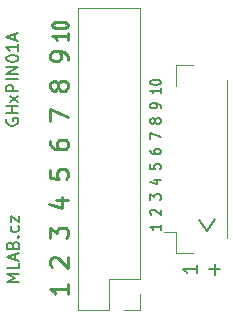
<source format=gbr>
%TF.GenerationSoftware,KiCad,Pcbnew,8.0.6+1*%
%TF.CreationDate,2024-11-07T23:08:08+00:00*%
%TF.ProjectId,GHxPIN01,47487850-494e-4303-912e-6b696361645f,rev?*%
%TF.SameCoordinates,Original*%
%TF.FileFunction,Legend,Top*%
%TF.FilePolarity,Positive*%
%FSLAX46Y46*%
G04 Gerber Fmt 4.6, Leading zero omitted, Abs format (unit mm)*
G04 Created by KiCad (PCBNEW 8.0.6+1) date 2024-11-07 23:08:08*
%MOMM*%
%LPD*%
G01*
G04 APERTURE LIST*
%ADD10C,0.150000*%
%ADD11C,0.250000*%
%ADD12C,0.120000*%
G04 APERTURE END LIST*
D10*
X23390000Y19330000D02*
X24000000Y20290000D01*
X22680000Y20270000D02*
X23390000Y19330000D01*
X22543409Y16392858D02*
X22543409Y15707144D01*
X22543409Y16050001D02*
X21343409Y16050001D01*
X21343409Y16050001D02*
X21514838Y15935715D01*
X21514838Y15935715D02*
X21629124Y15821430D01*
X21629124Y15821430D02*
X21686267Y15707144D01*
X24018200Y15592858D02*
X24018200Y16507143D01*
X24475342Y16050001D02*
X23561057Y16050001D01*
X7409819Y14986780D02*
X6409819Y14986780D01*
X6409819Y14986780D02*
X7124104Y15320113D01*
X7124104Y15320113D02*
X6409819Y15653446D01*
X6409819Y15653446D02*
X7409819Y15653446D01*
X7409819Y16605827D02*
X7409819Y16129637D01*
X7409819Y16129637D02*
X6409819Y16129637D01*
X7124104Y16891542D02*
X7124104Y17367732D01*
X7409819Y16796304D02*
X6409819Y17129637D01*
X6409819Y17129637D02*
X7409819Y17462970D01*
X6886009Y18129637D02*
X6933628Y18272494D01*
X6933628Y18272494D02*
X6981247Y18320113D01*
X6981247Y18320113D02*
X7076485Y18367732D01*
X7076485Y18367732D02*
X7219342Y18367732D01*
X7219342Y18367732D02*
X7314580Y18320113D01*
X7314580Y18320113D02*
X7362200Y18272494D01*
X7362200Y18272494D02*
X7409819Y18177256D01*
X7409819Y18177256D02*
X7409819Y17796304D01*
X7409819Y17796304D02*
X6409819Y17796304D01*
X6409819Y17796304D02*
X6409819Y18129637D01*
X6409819Y18129637D02*
X6457438Y18224875D01*
X6457438Y18224875D02*
X6505057Y18272494D01*
X6505057Y18272494D02*
X6600295Y18320113D01*
X6600295Y18320113D02*
X6695533Y18320113D01*
X6695533Y18320113D02*
X6790771Y18272494D01*
X6790771Y18272494D02*
X6838390Y18224875D01*
X6838390Y18224875D02*
X6886009Y18129637D01*
X6886009Y18129637D02*
X6886009Y17796304D01*
X7314580Y18796304D02*
X7362200Y18843923D01*
X7362200Y18843923D02*
X7409819Y18796304D01*
X7409819Y18796304D02*
X7362200Y18748685D01*
X7362200Y18748685D02*
X7314580Y18796304D01*
X7314580Y18796304D02*
X7409819Y18796304D01*
X7362200Y19701065D02*
X7409819Y19605827D01*
X7409819Y19605827D02*
X7409819Y19415351D01*
X7409819Y19415351D02*
X7362200Y19320113D01*
X7362200Y19320113D02*
X7314580Y19272494D01*
X7314580Y19272494D02*
X7219342Y19224875D01*
X7219342Y19224875D02*
X6933628Y19224875D01*
X6933628Y19224875D02*
X6838390Y19272494D01*
X6838390Y19272494D02*
X6790771Y19320113D01*
X6790771Y19320113D02*
X6743152Y19415351D01*
X6743152Y19415351D02*
X6743152Y19605827D01*
X6743152Y19605827D02*
X6790771Y19701065D01*
X6743152Y20034399D02*
X6743152Y20558208D01*
X6743152Y20558208D02*
X7409819Y20034399D01*
X7409819Y20034399D02*
X7409819Y20558208D01*
D11*
X11567904Y36069524D02*
X11567904Y35498096D01*
X11567904Y35783810D02*
X10267904Y35783810D01*
X10267904Y35783810D02*
X10453619Y35688572D01*
X10453619Y35688572D02*
X10577428Y35593334D01*
X10577428Y35593334D02*
X10639333Y35498096D01*
X10267904Y36688572D02*
X10267904Y36783810D01*
X10267904Y36783810D02*
X10329809Y36879048D01*
X10329809Y36879048D02*
X10391714Y36926667D01*
X10391714Y36926667D02*
X10515523Y36974286D01*
X10515523Y36974286D02*
X10763142Y37021905D01*
X10763142Y37021905D02*
X11072666Y37021905D01*
X11072666Y37021905D02*
X11320285Y36974286D01*
X11320285Y36974286D02*
X11444095Y36926667D01*
X11444095Y36926667D02*
X11506000Y36879048D01*
X11506000Y36879048D02*
X11567904Y36783810D01*
X11567904Y36783810D02*
X11567904Y36688572D01*
X11567904Y36688572D02*
X11506000Y36593334D01*
X11506000Y36593334D02*
X11444095Y36545715D01*
X11444095Y36545715D02*
X11320285Y36498096D01*
X11320285Y36498096D02*
X11072666Y36450477D01*
X11072666Y36450477D02*
X10763142Y36450477D01*
X10763142Y36450477D02*
X10515523Y36498096D01*
X10515523Y36498096D02*
X10391714Y36545715D01*
X10391714Y36545715D02*
X10329809Y36593334D01*
X10329809Y36593334D02*
X10267904Y36688572D01*
X11583428Y14814286D02*
X11583428Y13985715D01*
X11583428Y14400001D02*
X10083428Y14400001D01*
X10083428Y14400001D02*
X10297714Y14261905D01*
X10297714Y14261905D02*
X10440571Y14123810D01*
X10440571Y14123810D02*
X10512000Y13985715D01*
D10*
X6417438Y28800589D02*
X6369819Y28705351D01*
X6369819Y28705351D02*
X6369819Y28562494D01*
X6369819Y28562494D02*
X6417438Y28419637D01*
X6417438Y28419637D02*
X6512676Y28324399D01*
X6512676Y28324399D02*
X6607914Y28276780D01*
X6607914Y28276780D02*
X6798390Y28229161D01*
X6798390Y28229161D02*
X6941247Y28229161D01*
X6941247Y28229161D02*
X7131723Y28276780D01*
X7131723Y28276780D02*
X7226961Y28324399D01*
X7226961Y28324399D02*
X7322200Y28419637D01*
X7322200Y28419637D02*
X7369819Y28562494D01*
X7369819Y28562494D02*
X7369819Y28657732D01*
X7369819Y28657732D02*
X7322200Y28800589D01*
X7322200Y28800589D02*
X7274580Y28848208D01*
X7274580Y28848208D02*
X6941247Y28848208D01*
X6941247Y28848208D02*
X6941247Y28657732D01*
X7369819Y29276780D02*
X6369819Y29276780D01*
X6846009Y29276780D02*
X6846009Y29848208D01*
X7369819Y29848208D02*
X6369819Y29848208D01*
X7369819Y30229161D02*
X6703152Y30752970D01*
X6703152Y30229161D02*
X7369819Y30752970D01*
X7369819Y31133923D02*
X6369819Y31133923D01*
X6369819Y31133923D02*
X6369819Y31514875D01*
X6369819Y31514875D02*
X6417438Y31610113D01*
X6417438Y31610113D02*
X6465057Y31657732D01*
X6465057Y31657732D02*
X6560295Y31705351D01*
X6560295Y31705351D02*
X6703152Y31705351D01*
X6703152Y31705351D02*
X6798390Y31657732D01*
X6798390Y31657732D02*
X6846009Y31610113D01*
X6846009Y31610113D02*
X6893628Y31514875D01*
X6893628Y31514875D02*
X6893628Y31133923D01*
X7369819Y32133923D02*
X6369819Y32133923D01*
X7369819Y32610113D02*
X6369819Y32610113D01*
X6369819Y32610113D02*
X7369819Y33181541D01*
X7369819Y33181541D02*
X6369819Y33181541D01*
X6369819Y33848208D02*
X6369819Y33943446D01*
X6369819Y33943446D02*
X6417438Y34038684D01*
X6417438Y34038684D02*
X6465057Y34086303D01*
X6465057Y34086303D02*
X6560295Y34133922D01*
X6560295Y34133922D02*
X6750771Y34181541D01*
X6750771Y34181541D02*
X6988866Y34181541D01*
X6988866Y34181541D02*
X7179342Y34133922D01*
X7179342Y34133922D02*
X7274580Y34086303D01*
X7274580Y34086303D02*
X7322200Y34038684D01*
X7322200Y34038684D02*
X7369819Y33943446D01*
X7369819Y33943446D02*
X7369819Y33848208D01*
X7369819Y33848208D02*
X7322200Y33752970D01*
X7322200Y33752970D02*
X7274580Y33705351D01*
X7274580Y33705351D02*
X7179342Y33657732D01*
X7179342Y33657732D02*
X6988866Y33610113D01*
X6988866Y33610113D02*
X6750771Y33610113D01*
X6750771Y33610113D02*
X6560295Y33657732D01*
X6560295Y33657732D02*
X6465057Y33705351D01*
X6465057Y33705351D02*
X6417438Y33752970D01*
X6417438Y33752970D02*
X6369819Y33848208D01*
X7369819Y35133922D02*
X7369819Y34562494D01*
X7369819Y34848208D02*
X6369819Y34848208D01*
X6369819Y34848208D02*
X6512676Y34752970D01*
X6512676Y34752970D02*
X6607914Y34657732D01*
X6607914Y34657732D02*
X6655533Y34562494D01*
X7084104Y35514875D02*
X7084104Y35991065D01*
X7369819Y35419637D02*
X6369819Y35752970D01*
X6369819Y35752970D02*
X7369819Y36086303D01*
X19432057Y19830113D02*
X19432057Y19401542D01*
X19432057Y19615827D02*
X18532057Y19615827D01*
X18532057Y19615827D02*
X18660628Y19544399D01*
X18660628Y19544399D02*
X18746342Y19472970D01*
X18746342Y19472970D02*
X18789200Y19401542D01*
X18617771Y20687257D02*
X18574914Y20722971D01*
X18574914Y20722971D02*
X18532057Y20794399D01*
X18532057Y20794399D02*
X18532057Y20972971D01*
X18532057Y20972971D02*
X18574914Y21044399D01*
X18574914Y21044399D02*
X18617771Y21080114D01*
X18617771Y21080114D02*
X18703485Y21115828D01*
X18703485Y21115828D02*
X18789200Y21115828D01*
X18789200Y21115828D02*
X18917771Y21080114D01*
X18917771Y21080114D02*
X19432057Y20651542D01*
X19432057Y20651542D02*
X19432057Y21115828D01*
X18532057Y21937257D02*
X18532057Y22401543D01*
X18532057Y22401543D02*
X18874914Y22151543D01*
X18874914Y22151543D02*
X18874914Y22258686D01*
X18874914Y22258686D02*
X18917771Y22330114D01*
X18917771Y22330114D02*
X18960628Y22365829D01*
X18960628Y22365829D02*
X19046342Y22401543D01*
X19046342Y22401543D02*
X19260628Y22401543D01*
X19260628Y22401543D02*
X19346342Y22365829D01*
X19346342Y22365829D02*
X19389200Y22330114D01*
X19389200Y22330114D02*
X19432057Y22258686D01*
X19432057Y22258686D02*
X19432057Y22044400D01*
X19432057Y22044400D02*
X19389200Y21972972D01*
X19389200Y21972972D02*
X19346342Y21937257D01*
X18832057Y23615829D02*
X19432057Y23615829D01*
X18489200Y23437258D02*
X19132057Y23258687D01*
X19132057Y23258687D02*
X19132057Y23722972D01*
X18532057Y24937259D02*
X18532057Y24580116D01*
X18532057Y24580116D02*
X18960628Y24544402D01*
X18960628Y24544402D02*
X18917771Y24580116D01*
X18917771Y24580116D02*
X18874914Y24651544D01*
X18874914Y24651544D02*
X18874914Y24830116D01*
X18874914Y24830116D02*
X18917771Y24901544D01*
X18917771Y24901544D02*
X18960628Y24937259D01*
X18960628Y24937259D02*
X19046342Y24972973D01*
X19046342Y24972973D02*
X19260628Y24972973D01*
X19260628Y24972973D02*
X19346342Y24937259D01*
X19346342Y24937259D02*
X19389200Y24901544D01*
X19389200Y24901544D02*
X19432057Y24830116D01*
X19432057Y24830116D02*
X19432057Y24651544D01*
X19432057Y24651544D02*
X19389200Y24580116D01*
X19389200Y24580116D02*
X19346342Y24544402D01*
X18532057Y26187259D02*
X18532057Y26044402D01*
X18532057Y26044402D02*
X18574914Y25972974D01*
X18574914Y25972974D02*
X18617771Y25937259D01*
X18617771Y25937259D02*
X18746342Y25865831D01*
X18746342Y25865831D02*
X18917771Y25830117D01*
X18917771Y25830117D02*
X19260628Y25830117D01*
X19260628Y25830117D02*
X19346342Y25865831D01*
X19346342Y25865831D02*
X19389200Y25901545D01*
X19389200Y25901545D02*
X19432057Y25972974D01*
X19432057Y25972974D02*
X19432057Y26115831D01*
X19432057Y26115831D02*
X19389200Y26187259D01*
X19389200Y26187259D02*
X19346342Y26222974D01*
X19346342Y26222974D02*
X19260628Y26258688D01*
X19260628Y26258688D02*
X19046342Y26258688D01*
X19046342Y26258688D02*
X18960628Y26222974D01*
X18960628Y26222974D02*
X18917771Y26187259D01*
X18917771Y26187259D02*
X18874914Y26115831D01*
X18874914Y26115831D02*
X18874914Y25972974D01*
X18874914Y25972974D02*
X18917771Y25901545D01*
X18917771Y25901545D02*
X18960628Y25865831D01*
X18960628Y25865831D02*
X19046342Y25830117D01*
X18532057Y27080117D02*
X18532057Y27580117D01*
X18532057Y27580117D02*
X19432057Y27258689D01*
X18917771Y28544404D02*
X18874914Y28472975D01*
X18874914Y28472975D02*
X18832057Y28437261D01*
X18832057Y28437261D02*
X18746342Y28401547D01*
X18746342Y28401547D02*
X18703485Y28401547D01*
X18703485Y28401547D02*
X18617771Y28437261D01*
X18617771Y28437261D02*
X18574914Y28472975D01*
X18574914Y28472975D02*
X18532057Y28544404D01*
X18532057Y28544404D02*
X18532057Y28687261D01*
X18532057Y28687261D02*
X18574914Y28758689D01*
X18574914Y28758689D02*
X18617771Y28794404D01*
X18617771Y28794404D02*
X18703485Y28830118D01*
X18703485Y28830118D02*
X18746342Y28830118D01*
X18746342Y28830118D02*
X18832057Y28794404D01*
X18832057Y28794404D02*
X18874914Y28758689D01*
X18874914Y28758689D02*
X18917771Y28687261D01*
X18917771Y28687261D02*
X18917771Y28544404D01*
X18917771Y28544404D02*
X18960628Y28472975D01*
X18960628Y28472975D02*
X19003485Y28437261D01*
X19003485Y28437261D02*
X19089200Y28401547D01*
X19089200Y28401547D02*
X19260628Y28401547D01*
X19260628Y28401547D02*
X19346342Y28437261D01*
X19346342Y28437261D02*
X19389200Y28472975D01*
X19389200Y28472975D02*
X19432057Y28544404D01*
X19432057Y28544404D02*
X19432057Y28687261D01*
X19432057Y28687261D02*
X19389200Y28758689D01*
X19389200Y28758689D02*
X19346342Y28794404D01*
X19346342Y28794404D02*
X19260628Y28830118D01*
X19260628Y28830118D02*
X19089200Y28830118D01*
X19089200Y28830118D02*
X19003485Y28794404D01*
X19003485Y28794404D02*
X18960628Y28758689D01*
X18960628Y28758689D02*
X18917771Y28687261D01*
X19432057Y29758690D02*
X19432057Y29901547D01*
X19432057Y29901547D02*
X19389200Y29972976D01*
X19389200Y29972976D02*
X19346342Y30008690D01*
X19346342Y30008690D02*
X19217771Y30080119D01*
X19217771Y30080119D02*
X19046342Y30115833D01*
X19046342Y30115833D02*
X18703485Y30115833D01*
X18703485Y30115833D02*
X18617771Y30080119D01*
X18617771Y30080119D02*
X18574914Y30044404D01*
X18574914Y30044404D02*
X18532057Y29972976D01*
X18532057Y29972976D02*
X18532057Y29830119D01*
X18532057Y29830119D02*
X18574914Y29758690D01*
X18574914Y29758690D02*
X18617771Y29722976D01*
X18617771Y29722976D02*
X18703485Y29687262D01*
X18703485Y29687262D02*
X18917771Y29687262D01*
X18917771Y29687262D02*
X19003485Y29722976D01*
X19003485Y29722976D02*
X19046342Y29758690D01*
X19046342Y29758690D02*
X19089200Y29830119D01*
X19089200Y29830119D02*
X19089200Y29972976D01*
X19089200Y29972976D02*
X19046342Y30044404D01*
X19046342Y30044404D02*
X19003485Y30080119D01*
X19003485Y30080119D02*
X18917771Y30115833D01*
X19432057Y31401548D02*
X19432057Y30972977D01*
X19432057Y31187262D02*
X18532057Y31187262D01*
X18532057Y31187262D02*
X18660628Y31115834D01*
X18660628Y31115834D02*
X18746342Y31044405D01*
X18746342Y31044405D02*
X18789200Y30972977D01*
X18532057Y31865834D02*
X18532057Y31937263D01*
X18532057Y31937263D02*
X18574914Y32008691D01*
X18574914Y32008691D02*
X18617771Y32044405D01*
X18617771Y32044405D02*
X18703485Y32080120D01*
X18703485Y32080120D02*
X18874914Y32115834D01*
X18874914Y32115834D02*
X19089200Y32115834D01*
X19089200Y32115834D02*
X19260628Y32080120D01*
X19260628Y32080120D02*
X19346342Y32044405D01*
X19346342Y32044405D02*
X19389200Y32008691D01*
X19389200Y32008691D02*
X19432057Y31937263D01*
X19432057Y31937263D02*
X19432057Y31865834D01*
X19432057Y31865834D02*
X19389200Y31794405D01*
X19389200Y31794405D02*
X19346342Y31758691D01*
X19346342Y31758691D02*
X19260628Y31722977D01*
X19260628Y31722977D02*
X19089200Y31687263D01*
X19089200Y31687263D02*
X18874914Y31687263D01*
X18874914Y31687263D02*
X18703485Y31722977D01*
X18703485Y31722977D02*
X18617771Y31758691D01*
X18617771Y31758691D02*
X18574914Y31794405D01*
X18574914Y31794405D02*
X18532057Y31865834D01*
D11*
X10226285Y16275716D02*
X10154857Y16344764D01*
X10154857Y16344764D02*
X10083428Y16482859D01*
X10083428Y16482859D02*
X10083428Y16828097D01*
X10083428Y16828097D02*
X10154857Y16966192D01*
X10154857Y16966192D02*
X10226285Y17035240D01*
X10226285Y17035240D02*
X10369142Y17104287D01*
X10369142Y17104287D02*
X10512000Y17104287D01*
X10512000Y17104287D02*
X10726285Y17035240D01*
X10726285Y17035240D02*
X11583428Y16206668D01*
X11583428Y16206668D02*
X11583428Y17104287D01*
X10083428Y18692382D02*
X10083428Y19590001D01*
X10083428Y19590001D02*
X10654857Y19106668D01*
X10654857Y19106668D02*
X10654857Y19313811D01*
X10654857Y19313811D02*
X10726285Y19451906D01*
X10726285Y19451906D02*
X10797714Y19520954D01*
X10797714Y19520954D02*
X10940571Y19590001D01*
X10940571Y19590001D02*
X11297714Y19590001D01*
X11297714Y19590001D02*
X11440571Y19520954D01*
X11440571Y19520954D02*
X11512000Y19451906D01*
X11512000Y19451906D02*
X11583428Y19313811D01*
X11583428Y19313811D02*
X11583428Y18899525D01*
X11583428Y18899525D02*
X11512000Y18761430D01*
X11512000Y18761430D02*
X11440571Y18692382D01*
X10583428Y21937620D02*
X11583428Y21937620D01*
X10012000Y21592382D02*
X11083428Y21247144D01*
X11083428Y21247144D02*
X11083428Y22144763D01*
X10083428Y24492382D02*
X10083428Y23801906D01*
X10083428Y23801906D02*
X10797714Y23732858D01*
X10797714Y23732858D02*
X10726285Y23801906D01*
X10726285Y23801906D02*
X10654857Y23940001D01*
X10654857Y23940001D02*
X10654857Y24285239D01*
X10654857Y24285239D02*
X10726285Y24423334D01*
X10726285Y24423334D02*
X10797714Y24492382D01*
X10797714Y24492382D02*
X10940571Y24561429D01*
X10940571Y24561429D02*
X11297714Y24561429D01*
X11297714Y24561429D02*
X11440571Y24492382D01*
X11440571Y24492382D02*
X11512000Y24423334D01*
X11512000Y24423334D02*
X11583428Y24285239D01*
X11583428Y24285239D02*
X11583428Y23940001D01*
X11583428Y23940001D02*
X11512000Y23801906D01*
X11512000Y23801906D02*
X11440571Y23732858D01*
X10083428Y26909048D02*
X10083428Y26632858D01*
X10083428Y26632858D02*
X10154857Y26494762D01*
X10154857Y26494762D02*
X10226285Y26425715D01*
X10226285Y26425715D02*
X10440571Y26287620D01*
X10440571Y26287620D02*
X10726285Y26218572D01*
X10726285Y26218572D02*
X11297714Y26218572D01*
X11297714Y26218572D02*
X11440571Y26287620D01*
X11440571Y26287620D02*
X11512000Y26356667D01*
X11512000Y26356667D02*
X11583428Y26494762D01*
X11583428Y26494762D02*
X11583428Y26770953D01*
X11583428Y26770953D02*
X11512000Y26909048D01*
X11512000Y26909048D02*
X11440571Y26978096D01*
X11440571Y26978096D02*
X11297714Y27047143D01*
X11297714Y27047143D02*
X10940571Y27047143D01*
X10940571Y27047143D02*
X10797714Y26978096D01*
X10797714Y26978096D02*
X10726285Y26909048D01*
X10726285Y26909048D02*
X10654857Y26770953D01*
X10654857Y26770953D02*
X10654857Y26494762D01*
X10654857Y26494762D02*
X10726285Y26356667D01*
X10726285Y26356667D02*
X10797714Y26287620D01*
X10797714Y26287620D02*
X10940571Y26218572D01*
X10083428Y28635238D02*
X10083428Y29601905D01*
X10083428Y29601905D02*
X11583428Y28980476D01*
X10726285Y31466190D02*
X10654857Y31328095D01*
X10654857Y31328095D02*
X10583428Y31259048D01*
X10583428Y31259048D02*
X10440571Y31190000D01*
X10440571Y31190000D02*
X10369142Y31190000D01*
X10369142Y31190000D02*
X10226285Y31259048D01*
X10226285Y31259048D02*
X10154857Y31328095D01*
X10154857Y31328095D02*
X10083428Y31466190D01*
X10083428Y31466190D02*
X10083428Y31742381D01*
X10083428Y31742381D02*
X10154857Y31880476D01*
X10154857Y31880476D02*
X10226285Y31949524D01*
X10226285Y31949524D02*
X10369142Y32018571D01*
X10369142Y32018571D02*
X10440571Y32018571D01*
X10440571Y32018571D02*
X10583428Y31949524D01*
X10583428Y31949524D02*
X10654857Y31880476D01*
X10654857Y31880476D02*
X10726285Y31742381D01*
X10726285Y31742381D02*
X10726285Y31466190D01*
X10726285Y31466190D02*
X10797714Y31328095D01*
X10797714Y31328095D02*
X10869142Y31259048D01*
X10869142Y31259048D02*
X11012000Y31190000D01*
X11012000Y31190000D02*
X11297714Y31190000D01*
X11297714Y31190000D02*
X11440571Y31259048D01*
X11440571Y31259048D02*
X11512000Y31328095D01*
X11512000Y31328095D02*
X11583428Y31466190D01*
X11583428Y31466190D02*
X11583428Y31742381D01*
X11583428Y31742381D02*
X11512000Y31880476D01*
X11512000Y31880476D02*
X11440571Y31949524D01*
X11440571Y31949524D02*
X11297714Y32018571D01*
X11297714Y32018571D02*
X11012000Y32018571D01*
X11012000Y32018571D02*
X10869142Y31949524D01*
X10869142Y31949524D02*
X10797714Y31880476D01*
X10797714Y31880476D02*
X10726285Y31742381D01*
X11583428Y33813809D02*
X11583428Y34090000D01*
X11583428Y34090000D02*
X11512000Y34228095D01*
X11512000Y34228095D02*
X11440571Y34297143D01*
X11440571Y34297143D02*
X11226285Y34435238D01*
X11226285Y34435238D02*
X10940571Y34504285D01*
X10940571Y34504285D02*
X10369142Y34504285D01*
X10369142Y34504285D02*
X10226285Y34435238D01*
X10226285Y34435238D02*
X10154857Y34366190D01*
X10154857Y34366190D02*
X10083428Y34228095D01*
X10083428Y34228095D02*
X10083428Y33951904D01*
X10083428Y33951904D02*
X10154857Y33813809D01*
X10154857Y33813809D02*
X10226285Y33744762D01*
X10226285Y33744762D02*
X10369142Y33675714D01*
X10369142Y33675714D02*
X10726285Y33675714D01*
X10726285Y33675714D02*
X10869142Y33744762D01*
X10869142Y33744762D02*
X10940571Y33813809D01*
X10940571Y33813809D02*
X11012000Y33951904D01*
X11012000Y33951904D02*
X11012000Y34228095D01*
X11012000Y34228095D02*
X10940571Y34366190D01*
X10940571Y34366190D02*
X10869142Y34435238D01*
X10869142Y34435238D02*
X10726285Y34504285D01*
D12*
%TO.C,J7*%
X12450000Y12640000D02*
X12450000Y38160000D01*
X15050000Y15240000D02*
X15050000Y12640000D01*
X15050000Y12640000D02*
X12450000Y12640000D01*
X17650000Y38160000D02*
X12450000Y38160000D01*
X17650000Y15240000D02*
X15050000Y15240000D01*
X17650000Y15240000D02*
X17650000Y38160000D01*
X17650000Y13970000D02*
X17650000Y12640000D01*
X17650000Y12640000D02*
X16320000Y12640000D01*
%TO.C,J6*%
X20740000Y33380000D02*
X20740000Y31580000D01*
X20740000Y19210000D02*
X19750000Y19210000D01*
X20740000Y17410000D02*
X20740000Y19210000D01*
X22190000Y33380000D02*
X20740000Y33380000D01*
X22190000Y17410000D02*
X20740000Y17410000D01*
X25010000Y18680000D02*
X25010000Y32110000D01*
%TD*%
M02*

</source>
